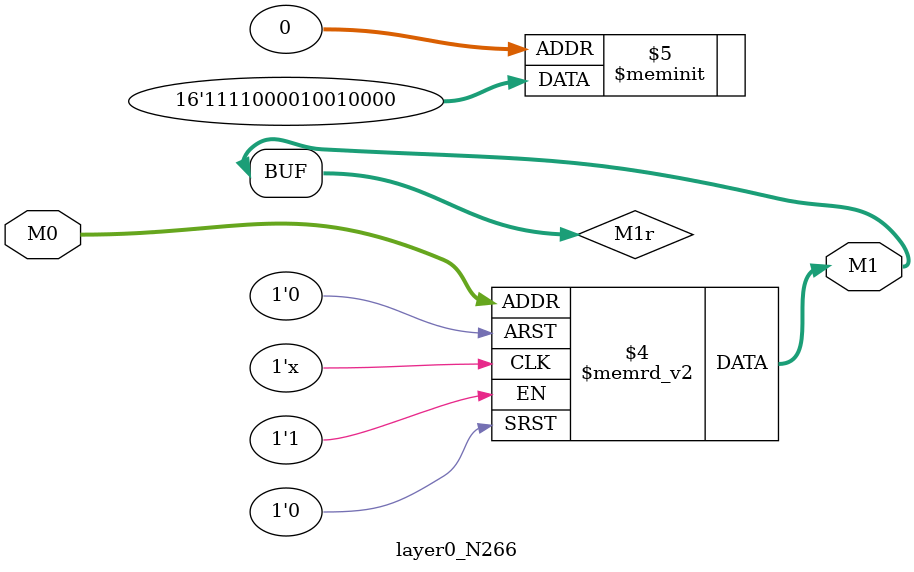
<source format=v>
module layer0_N266 ( input [2:0] M0, output [1:0] M1 );

	(*rom_style = "distributed" *) reg [1:0] M1r;
	assign M1 = M1r;
	always @ (M0) begin
		case (M0)
			3'b000: M1r = 2'b00;
			3'b100: M1r = 2'b00;
			3'b010: M1r = 2'b01;
			3'b110: M1r = 2'b11;
			3'b001: M1r = 2'b00;
			3'b101: M1r = 2'b00;
			3'b011: M1r = 2'b10;
			3'b111: M1r = 2'b11;

		endcase
	end
endmodule

</source>
